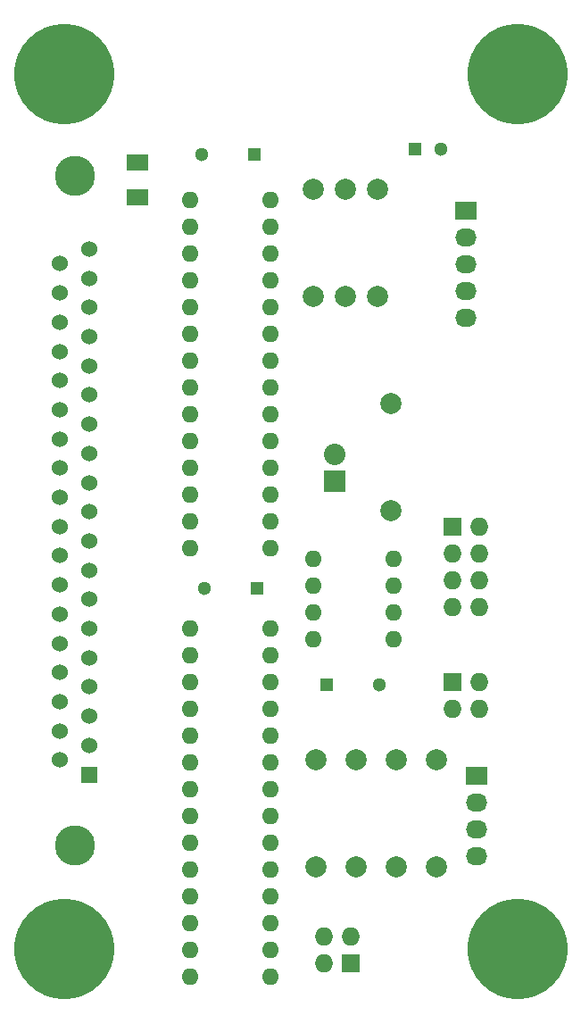
<source format=gbr>
G04 #@! TF.FileFunction,Soldermask,Top*
%FSLAX46Y46*%
G04 Gerber Fmt 4.6, Leading zero omitted, Abs format (unit mm)*
G04 Created by KiCad (PCBNEW (after 2015-mar-04 BZR unknown)-product) date 1/31/2017 12:48:21 PM*
%MOMM*%
G01*
G04 APERTURE LIST*
%ADD10C,0.150000*%
%ADD11C,9.525000*%
%ADD12R,2.032000X1.524000*%
%ADD13R,2.032000X2.032000*%
%ADD14O,2.032000X2.032000*%
%ADD15R,1.300000X1.300000*%
%ADD16C,1.300000*%
%ADD17R,1.524000X1.524000*%
%ADD18C,1.524000*%
%ADD19C,3.810000*%
%ADD20O,1.600000X1.600000*%
%ADD21R,1.727200X1.727200*%
%ADD22O,1.727200X1.727200*%
%ADD23R,2.032000X1.727200*%
%ADD24O,2.032000X1.727200*%
%ADD25C,1.998980*%
G04 APERTURE END LIST*
D10*
D11*
X16000000Y-16000000D03*
X59000000Y-16000000D03*
X16000000Y-99000000D03*
X59000000Y-99000000D03*
D12*
X23000000Y-24349000D03*
X23000000Y-27651000D03*
D13*
X41656000Y-54610000D03*
D14*
X41656000Y-52070000D03*
D15*
X34036000Y-23622000D03*
D16*
X29036000Y-23622000D03*
D15*
X34290000Y-64770000D03*
D16*
X29290000Y-64770000D03*
D17*
X18422400Y-82417400D03*
D18*
X18422400Y-79648800D03*
X18422400Y-76880200D03*
X18422400Y-74111600D03*
X18422400Y-71343000D03*
X18422400Y-68574400D03*
X18422400Y-65805800D03*
X18422400Y-63037200D03*
X18422400Y-60268600D03*
D19*
X17000000Y-89123000D03*
X17000000Y-25623000D03*
D18*
X18422400Y-57500000D03*
X18422400Y-54731400D03*
X18422400Y-51962800D03*
X18422400Y-49194200D03*
X18422400Y-46425600D03*
X18422400Y-43657000D03*
X18422400Y-40888400D03*
X18422400Y-38119800D03*
X18422400Y-35351200D03*
X18422400Y-32582600D03*
X15577600Y-81045800D03*
X15577600Y-78277200D03*
X15577600Y-75508600D03*
X15577600Y-72740000D03*
X15577600Y-69971400D03*
X15577600Y-67202800D03*
X15577600Y-64434200D03*
X15577600Y-61665600D03*
X15577600Y-58897000D03*
X15577600Y-56128400D03*
X15577600Y-53359800D03*
X15577600Y-50591200D03*
X15577600Y-47822600D03*
X15577600Y-45054000D03*
X15577600Y-42285400D03*
X15577600Y-39516800D03*
X15577600Y-36748200D03*
X15577600Y-33979600D03*
D20*
X27940000Y-68580000D03*
X27940000Y-71120000D03*
X27940000Y-73660000D03*
X27940000Y-76200000D03*
X27940000Y-78740000D03*
X27940000Y-81280000D03*
X27940000Y-83820000D03*
X27940000Y-86360000D03*
X27940000Y-88900000D03*
X27940000Y-91440000D03*
X27940000Y-93980000D03*
X27940000Y-96520000D03*
X27940000Y-99060000D03*
X27940000Y-101600000D03*
X35560000Y-101600000D03*
X35560000Y-99060000D03*
X35560000Y-96520000D03*
X35560000Y-93980000D03*
X35560000Y-91440000D03*
X35560000Y-88900000D03*
X35560000Y-86360000D03*
X35560000Y-83820000D03*
X35560000Y-81280000D03*
X35560000Y-78740000D03*
X35560000Y-76200000D03*
X35560000Y-73660000D03*
X35560000Y-71120000D03*
X35560000Y-68580000D03*
X27940000Y-27940000D03*
X27940000Y-30480000D03*
X27940000Y-33020000D03*
X27940000Y-35560000D03*
X27940000Y-38100000D03*
X27940000Y-40640000D03*
X27940000Y-43180000D03*
X27940000Y-45720000D03*
X27940000Y-48260000D03*
X27940000Y-50800000D03*
X27940000Y-53340000D03*
X27940000Y-55880000D03*
X27940000Y-58420000D03*
X27940000Y-60960000D03*
X35560000Y-60960000D03*
X35560000Y-58420000D03*
X35560000Y-55880000D03*
X35560000Y-53340000D03*
X35560000Y-50800000D03*
X35560000Y-48260000D03*
X35560000Y-45720000D03*
X35560000Y-43180000D03*
X35560000Y-40640000D03*
X35560000Y-38100000D03*
X35560000Y-35560000D03*
X35560000Y-33020000D03*
X35560000Y-30480000D03*
X35560000Y-27940000D03*
X39624000Y-61976000D03*
X39624000Y-64516000D03*
X39624000Y-67056000D03*
X39624000Y-69596000D03*
X47244000Y-69596000D03*
X47244000Y-67056000D03*
X47244000Y-64516000D03*
X47244000Y-61976000D03*
D21*
X52832000Y-58928000D03*
D22*
X55372000Y-58928000D03*
X52832000Y-61468000D03*
X55372000Y-61468000D03*
X52832000Y-64008000D03*
X55372000Y-64008000D03*
X52832000Y-66548000D03*
X55372000Y-66548000D03*
D23*
X54102000Y-28956000D03*
D24*
X54102000Y-31496000D03*
X54102000Y-34036000D03*
X54102000Y-36576000D03*
X54102000Y-39116000D03*
D25*
X43688000Y-91186000D03*
X43688000Y-81026000D03*
X39878000Y-91186000D03*
X39878000Y-81026000D03*
X47498000Y-91186000D03*
X47498000Y-81026000D03*
X45720000Y-37084000D03*
X45720000Y-26924000D03*
X46990000Y-57404000D03*
X46990000Y-47244000D03*
X39624000Y-37084000D03*
X39624000Y-26924000D03*
X51308000Y-91186000D03*
X51308000Y-81026000D03*
X42672000Y-37084000D03*
X42672000Y-26924000D03*
D23*
X55118000Y-82550000D03*
D24*
X55118000Y-85090000D03*
X55118000Y-87630000D03*
X55118000Y-90170000D03*
D15*
X40894000Y-73914000D03*
D16*
X45894000Y-73914000D03*
D21*
X52832000Y-73660000D03*
D22*
X55372000Y-73660000D03*
X52832000Y-76200000D03*
X55372000Y-76200000D03*
D21*
X43180000Y-100330000D03*
D22*
X40640000Y-100330000D03*
X43180000Y-97790000D03*
X40640000Y-97790000D03*
D15*
X49276000Y-23114000D03*
D16*
X51776000Y-23114000D03*
M02*

</source>
